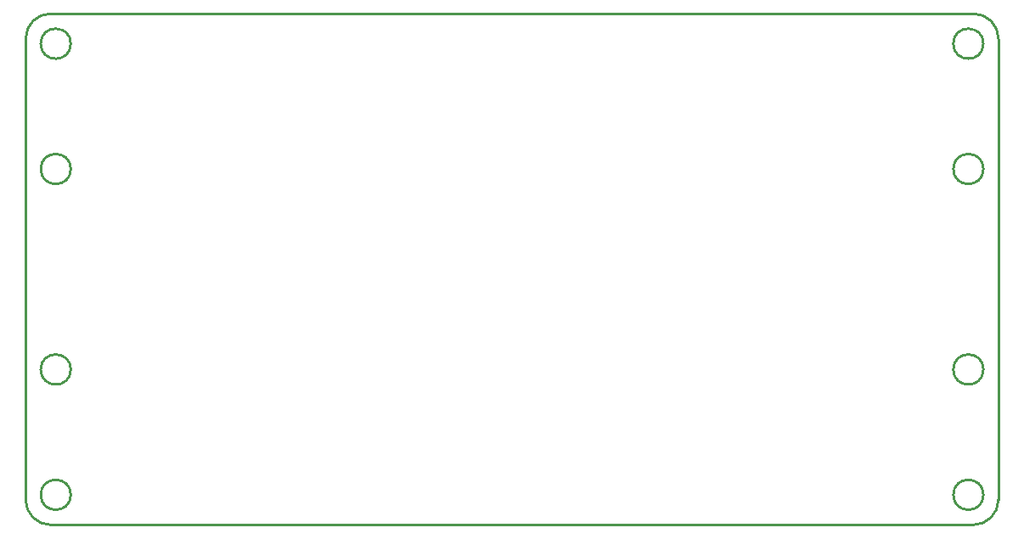
<source format=gbr>
%TF.GenerationSoftware,Altium Limited,Altium Designer,21.6.4 (81)*%
G04 Layer_Color=16711935*
%FSLAX43Y43*%
%MOMM*%
%TF.SameCoordinates,C39744A4-4465-455E-AB15-BAA165A4C254*%
%TF.FilePolarity,Positive*%
%TF.FileFunction,Keep-out,Top*%
%TF.Part,Single*%
G01*
G75*
%TA.AperFunction,NonConductor*%
%ADD26C,0.254*%
D26*
X95500Y48000D02*
G03*
X95500Y48000I-1500J0D01*
G01*
Y3000D02*
G03*
X95500Y3000I-1500J0D01*
G01*
X4500D02*
G03*
X4500Y3000I-1500J0D01*
G01*
Y48000D02*
G03*
X4500Y48000I-1500J0D01*
G01*
Y35500D02*
G03*
X4500Y35500I-1500J0D01*
G01*
Y15500D02*
G03*
X4500Y15500I-1500J0D01*
G01*
X95500D02*
G03*
X95500Y15500I-1500J0D01*
G01*
Y35500D02*
G03*
X95500Y35500I-1500J0D01*
G01*
X94500Y4D02*
G03*
X97000Y2504I0J2500D01*
G01*
X97000Y48500D02*
G03*
X94500Y51000I-2500J0D01*
G01*
X2500D02*
G03*
X0Y48500I0J-2500D01*
G01*
Y2500D02*
G03*
X2500Y0I2500J0D01*
G01*
X97000Y2504D02*
Y48500D01*
X2515Y-0D02*
X94500D01*
X2500Y51000D02*
X94500D01*
X-0Y48500D02*
X-0Y2500D01*
%TF.MD5,234719bb3a40a3976bc0d6013aa02999*%
M02*

</source>
